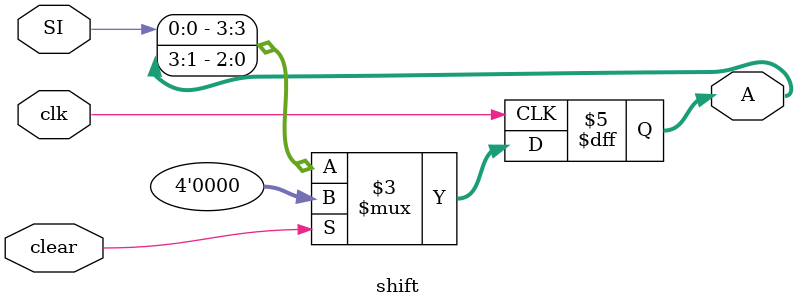
<source format=v>
module shift(input SI,input clk,input clear,output reg[3:0]A);
    always @ (posedge clk) begin
        if(clear) A<=4'b0000;
        else A<={SI,A[3:1]};
    end
endmodule
</source>
